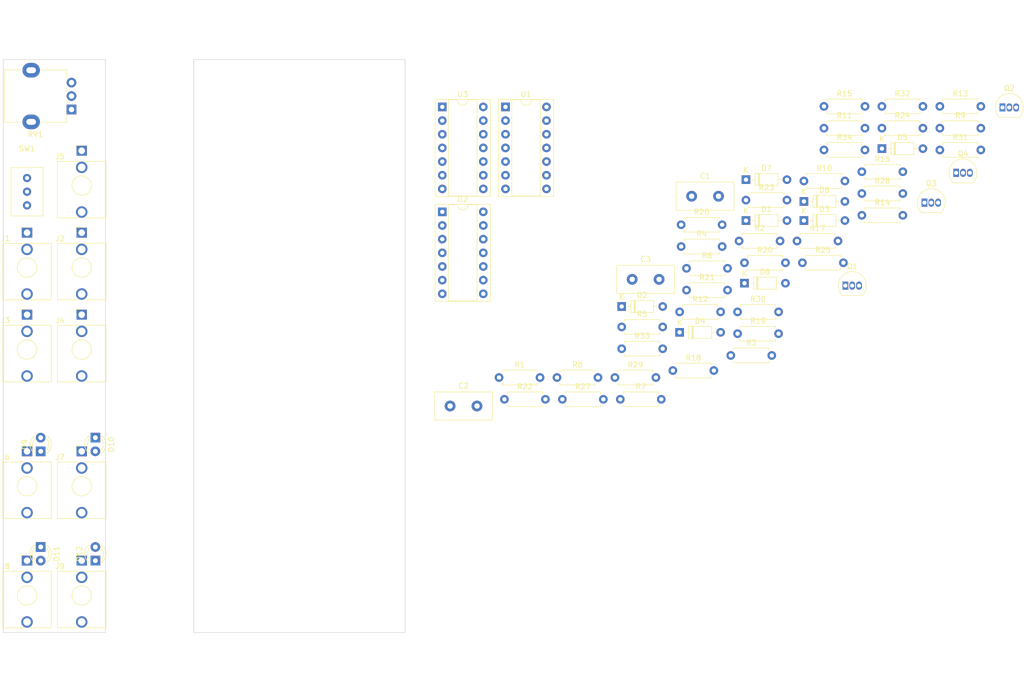
<source format=kicad_pcb>
(kicad_pcb (version 20211014) (generator pcbnew)
  (layers (0 "F.Cu" signal) (31 "B.Cu" signal) (34 "B.Paste" user) (35 "F.Paste" user) (36 "B.SilkS" user "B.Silkscreen") (37 "F.SilkS" user "F.Silkscreen") (38 "B.Mask" user) (39 "F.Mask" user) (44 "Edge.Cuts" user))
  (net 0 "")
  (net 1 "+12V")
  (net 2 "GND")
  (net 3 "-12V")
  (net 4 "Net-(D1-Pad1)")
  (net 5 "Net-(D1-Pad2)")
  (net 6 "Net-(D2-Pad1)")
  (net 7 "Net-(D2-Pad2)")
  (net 8 "Net-(D3-Pad1)")
  (net 9 "Net-(D3-Pad2)")
  (net 10 "Net-(D4-Pad1)")
  (net 11 "Net-(D4-Pad2)")
  (net 12 "Net-(D5-Pad1)")
  (net 13 "Net-(D5-Pad2)")
  (net 14 "Net-(D10-Pad2)")
  (net 15 "Net-(D10-Pad1)")
  (net 16 "Net-(D11-Pad1)")
  (net 17 "Net-(D11-Pad2)")
  (net 18 "Net-(J1-PadT)")
  (net 19 "Net-(J2-PadT)")
  (net 20 "Net-(J3-PadT)")
  (net 21 "Net-(J4-PadT)")
  (net 22 "Net-(J5-PadT)")
  (net 23 "Net-(J5-PadTN)")
  (net 24 "Net-(J6-PadT)")
  (net 26 "Net-(J7-PadT)")
  (net 28 "Net-(J8-PadT)")
  (net 30 "Net-(J9-PadT)")
  (net 32 "Net-(Q1-Pad2)")
  (net 33 "Net-(Q1-Pad3)")
  (net 34 "Net-(Q2-Pad2)")
  (net 35 "Net-(Q2-Pad3)")
  (net 36 "Net-(Q3-Pad2)")
  (net 37 "Net-(Q3-Pad3)")
  (net 38 "Net-(Q4-Pad2)")
  (net 39 "Net-(Q4-Pad3)")
  (net 40 "Net-(R13-Pad1)")
  (net 41 "Net-(R14-Pad1)")
  (net 42 "Net-(R10-Pad1)")
  (net 43 "Net-(R11-Pad1)")
  (net 44 "Net-(R12-Pad1)")
  (net 45 "Net-(R21-Pad2)")
  (net 46 "Net-(R22-Pad2)")
  (net 47 "Net-(R23-Pad2)")
  (net 48 "Net-(R24-Pad2)")
  (net 49 "Net-(R25-Pad1)")
  (net 50 "Net-(R26-Pad1)")
  (net 51 "Net-(RV1-Pad2)")
  (net 52 "Net-(SW1-Pad2)")
  (net 53 "Net-(U2-Pad3)")
  (net 54 "Net-(U2-Pad4)")
  (net 55 "Net-(U2-Pad10)")
  (footprint "Resistor_THT:R_Axial_DIN0207_L6.3mm_D2.5mm_P7.62mm_Horizontal" (layer "F.Cu") (at 188.2 61.3)
    (fp_text reference "R28" (at 3.81 -2.37) (layer "F.SilkS"))
    (fp_text value "2.2k")
    (pad "1" thru_hole circle (at 0 0) (size 1.6 1.6) (drill 0.8) (layers *.Cu *.Mask) (net 26 "Net-(J7-PadT)"))
    (pad "2" thru_hole oval (at 7.62 0) (size 1.6 1.6) (drill 0.8) (layers *.Cu *.Mask) (net 35 "Net-(Q2-Pad3)"))
  )
  (footprint "Resistor_THT:R_Axial_DIN0207_L6.3mm_D2.5mm_P7.62mm_Horizontal" (layer "F.Cu") (at 131.53 95.5)
    (fp_text reference "R8" (at 3.81 -2.37) (layer "F.SilkS"))
    (fp_text value "47k")
    (pad "1" thru_hole circle (at 0 0) (size 1.6 1.6) (drill 0.8) (layers *.Cu *.Mask) (net 40 "Net-(R13-Pad1)"))
    (pad "2" thru_hole oval (at 7.62 0) (size 1.6 1.6) (drill 0.8) (layers *.Cu *.Mask) (net 2 "GND"))
  )
  (footprint "Diode_THT:D_DO-35_SOD27_P7.62mm_Horizontal" (layer "F.Cu") (at 143.56 82.3)
    (fp_text reference "D2" (at 3.81 -2.12) (layer "F.SilkS"))
    (fp_text value "1N4148")
    (fp_text user "K" (at 0 -1.8) (layer "F.SilkS"))
    (pad "1" thru_hole rect (at 0 0) (size 1.6 1.6) (drill 0.8) (layers *.Cu *.Mask) (net 6 "Net-(D2-Pad1)"))
    (pad "2" thru_hole oval (at 7.62 0) (size 1.6 1.6) (drill 0.8) (layers *.Cu *.Mask) (net 7 "Net-(D2-Pad2)"))
  )
  (footprint "Resistor_THT:R_Axial_DIN0207_L6.3mm_D2.5mm_P7.62mm_Horizontal" (layer "F.Cu") (at 154.61 71.15)
    (fp_text reference "R4" (at 3.81 -2.37) (layer "F.SilkS"))
    (fp_text value "47k")
    (pad "1" thru_hole circle (at 0 0) (size 1.6 1.6) (drill 0.8) (layers *.Cu *.Mask) (net 41 "Net-(R14-Pad1)"))
    (pad "2" thru_hole oval (at 7.62 0) (size 1.6 1.6) (drill 0.8) (layers *.Cu *.Mask) (net 19 "Net-(J2-PadT)"))
  )
  (footprint "Package_DIP:DIP-14_W7.62mm_Socket" (layer "F.Cu") (at 110.21 45.2)
    (fp_text reference "U3" (at 3.81 -2.33) (layer "F.SilkS"))
    (fp_text value "4041")
    (pad "1" thru_hole rect (at 0 0) (size 1.6 1.6) (drill 0.8) (layers *.Cu *.Mask) (net 17 "Net-(D11-Pad2)"))
    (pad "2" thru_hole oval (at 0 2.54) (size 1.6 1.6) (drill 0.8) (layers *.Cu *.Mask) (net 50 "Net-(R26-Pad1)"))
    (pad "3" thru_hole oval (at 0 5.08) (size 1.6 1.6) (drill 0.8) (layers *.Cu *.Mask) (net 55 "Net-(U2-Pad10)"))
    (pad "4" thru_hole oval (at 0 7.62) (size 1.6 1.6) (drill 0.8) (layers *.Cu *.Mask) (net 47 "Net-(R23-Pad2)"))
    (pad "5" thru_hole oval (at 0 10.16) (size 1.6 1.6) (drill 0.8) (layers *.Cu *.Mask) (net 48 "Net-(R24-Pad2)"))
    (pad "6" thru_hole oval (at 0 12.7) (size 1.6 1.6) (drill 0.8) (layers *.Cu *.Mask) (net 55 "Net-(U2-Pad10)"))
    (pad "7" thru_hole oval (at 0 15.24) (size 1.6 1.6) (drill 0.8) (layers *.Cu *.Mask) (net 2 "GND"))
    (pad "8" thru_hole oval (at 7.62 15.24) (size 1.6 1.6) (drill 0.8) (layers *.Cu *.Mask) (net 15 "Net-(D10-Pad1)"))
    (pad "9" thru_hole oval (at 7.62 12.7) (size 1.6 1.6) (drill 0.8) (layers *.Cu *.Mask) (net 49 "Net-(R25-Pad1)"))
    (pad "10" thru_hole oval (at 7.62 10.16) (size 1.6 1.6) (drill 0.8) (layers *.Cu *.Mask) (net 12 "Net-(D5-Pad1)"))
    (pad "11" thru_hole oval (at 7.62 7.62) (size 1.6 1.6) (drill 0.8) (layers *.Cu *.Mask) (net 45 "Net-(R21-Pad2)"))
    (pad "12" thru_hole oval (at 7.62 5.08) (size 1.6 1.6) (drill 0.8) (layers *.Cu *.Mask) (net 46 "Net-(R22-Pad2)"))
    (pad "13" thru_hole oval (at 7.62 2.54) (size 1.6 1.6) (drill 0.8) (layers *.Cu *.Mask) (net 12 "Net-(D5-Pad1)"))
    (pad "14" thru_hole oval (at 7.62 0) (size 1.6 1.6) (drill 0.8) (layers *.Cu *.Mask) (net 1 "+12V"))
  )
  (footprint "Potentiometer_THT:Potentiometer_Alpha_RD901F-40-00D_Single_Vertical" (layer "F.Cu") (at 41.285 45.68 180)
    (fp_text reference "RV1" (at 6.71 -4.64) (layer "F.SilkS"))
    (fp_text value "100k")
    (pad "" thru_hole oval (at 7.5 7.3 270) (size 2.72 3.24) (drill oval 1.1 1.8) (layers *.Cu *.Mask))
    (pad "" thru_hole oval (at 7.5 -2.3 270) (size 2.72 3.24) (drill oval 1.1 1.8) (layers *.Cu *.Mask))
    (pad "1" thru_hole rect (at 0 0 270) (size 1.8 1.8) (drill 1) (layers *.Cu *.Mask) (net 44 "Net-(R12-Pad1)"))
    (pad "2" thru_hole circle (at 0 2.5 270) (size 1.8 1.8) (drill 1) (layers *.Cu *.Mask) (net 51 "Net-(RV1-Pad2)"))
    (pad "3" thru_hole circle (at 0 5 270) (size 1.8 1.8) (drill 1) (layers *.Cu *.Mask) (net 2 "GND"))
  )
  (footprint "Resistor_THT:R_Axial_DIN0207_L6.3mm_D2.5mm_P7.62mm_Horizontal" (layer "F.Cu") (at 177.15 74.17)
    (fp_text reference "R25" (at 3.81 -2.37) (layer "F.SilkS"))
    (fp_text value "2.2k")
    (pad "1" thru_hole circle (at 0 0) (size 1.6 1.6) (drill 0.8) (layers *.Cu *.Mask) (net 49 "Net-(R25-Pad1)"))
    (pad "2" thru_hole oval (at 7.62 0) (size 1.6 1.6) (drill 0.8) (layers *.Cu *.Mask) (net 14 "Net-(D10-Pad2)"))
  )
  (footprint "LED_THT:LED_D3.0mm_FlatTop" (layer "F.Cu") (at 45.72 106.68 -90)
    (fp_text reference "D10" (at 1.27 -2.96 90) (layer "F.SilkS"))
    (fp_text value "LED_NOR")
    (pad "1" thru_hole rect (at 0 0 270) (size 1.8 1.8) (drill 0.9) (layers *.Cu *.Mask) (net 15 "Net-(D10-Pad1)"))
    (pad "2" thru_hole circle (at 2.54 0 270) (size 1.8 1.8) (drill 0.9) (layers *.Cu *.Mask) (net 14 "Net-(D10-Pad2)"))
  )
  (footprint "Connector_Audio:Jack_3.5mm_QingPu_WQP-PJ398SM_Vertical_CircularHoles" (layer "F.Cu") (at 33.02 83.82)
    (fp_text reference "J3" (at -4.03 1.08 180) (layer "F.SilkS"))
    (fp_text value "In_3")
    (pad "S" thru_hole rect (at 0 0 180) (size 1.93 1.83) (drill 1.22) (layers *.Cu *.Mask) (net 2 "GND"))
    (pad "T" thru_hole circle (at 0 11.4 180) (size 2.13 2.13) (drill 1.43) (layers *.Cu *.Mask) (net 20 "Net-(J3-PadT)"))
    (pad "TN" thru_hole circle (at 0 3.1 180) (size 2.13 2.13) (drill 1.42) (layers *.Cu *.Mask) (net 2 "GND"))
  )
  (footprint "Package_TO_SOT_THT:TO-92_Inline" (layer "F.Cu") (at 199.84 63)
    (fp_text reference "Q3" (at 1.27 -3.56) (layer "F.SilkS"))
    (fp_text value "BC547")
    (pad "1" thru_hole rect (at 0 0) (size 1.05 1.5) (drill 0.75) (layers *.Cu *.Mask) (net 1 "+12V"))
    (pad "2" thru_hole oval (at 1.27 0) (size 1.05 1.5) (drill 0.75) (layers *.Cu *.Mask) (net 36 "Net-(Q3-Pad2)"))
    (pad "3" thru_hole oval (at 2.54 0) (size 1.05 1.5) (drill 0.75) (layers *.Cu *.Mask) (net 37 "Net-(Q3-Pad3)"))
  )
  (footprint "Diode_THT:D_DO-35_SOD27_P7.62mm_Horizontal" (layer "F.Cu") (at 191.93 52.95)
    (fp_text reference "D5" (at 3.81 -2.12) (layer "F.SilkS"))
    (fp_text value "1N4148")
    (fp_text user "K" (at 0 -1.8) (layer "F.SilkS"))
    (pad "1" thru_hole rect (at 0 0) (size 1.6 1.6) (drill 0.8) (layers *.Cu *.Mask) (net 12 "Net-(D5-Pad1)"))
    (pad "2" thru_hole oval (at 7.62 0) (size 1.6 1.6) (drill 0.8) (layers *.Cu *.Mask) (net 13 "Net-(D5-Pad2)"))
  )
  (footprint "Capacitor_THT:C_Disc_D10.5mm_W5.0mm_P5.00mm" (layer "F.Cu") (at 156.56 61.8)
    (fp_text reference "C1" (at 2.5 -3.75) (layer "F.SilkS"))
    (fp_text value "100n")
    (pad "1" thru_hole circle (at 0 0) (size 2 2) (drill 1) (layers *.Cu *.Mask) (net 1 "+12V"))
    (pad "2" thru_hole circle (at 5 0) (size 2 2) (drill 1) (layers *.Cu *.Mask) (net 2 "GND"))
  )
  (footprint "Resistor_THT:R_Axial_DIN0207_L6.3mm_D2.5mm_P7.62mm_Horizontal" (layer "F.Cu") (at 202.7 49.15)
    (fp_text reference "R9" (at 3.81 -2.37) (layer "F.SilkS"))
    (fp_text value "47k")
    (pad "1" thru_hole circle (at 0 0) (size 1.6 1.6) (drill 0.8) (layers *.Cu *.Mask) (net 41 "Net-(R14-Pad1)"))
    (pad "2" thru_hole oval (at 7.62 0) (size 1.6 1.6) (drill 0.8) (layers *.Cu *.Mask) (net 2 "GND"))
  )
  (footprint "Resistor_THT:R_Axial_DIN0207_L6.3mm_D2.5mm_P7.62mm_Horizontal" (layer "F.Cu") (at 202.7 45.1)
    (fp_text reference "R13" (at 3.81 -2.37) (layer "F.SilkS"))
    (fp_text value "1M")
    (pad "1" thru_hole circle (at 0 0) (size 1.6 1.6) (drill 0.8) (layers *.Cu *.Mask) (net 40 "Net-(R13-Pad1)"))
    (pad "2" thru_hole oval (at 7.62 0) (size 1.6 1.6) (drill 0.8) (layers *.Cu *.Mask) (net 5 "Net-(D1-Pad2)"))
  )
  (footprint "Connector_Audio:Jack_3.5mm_QingPu_WQP-PJ398SM_Vertical_CircularHoles" (layer "F.Cu") (at 43.18 129.54)
    (fp_text reference "J9" (at -4.03 1.08 180) (layer "F.SilkS"))
    (fp_text value "Out_XNOR")
    (pad "S" thru_hole rect (at 0 0 180) (size 1.93 1.83) (drill 1.22) (layers *.Cu *.Mask) (net 2 "GND"))
    (pad "T" thru_hole circle (at 0 11.4 180) (size 2.13 2.13) (drill 1.43) (layers *.Cu *.Mask) (net 30 "Net-(J9-PadT)"))
    (pad "TN" thru_hole circle (at 0 3.1 180) (size 2.13 2.13) (drill 1.42) (layers *.Cu *.Mask))
  )
  (footprint "Diode_THT:D_DO-35_SOD27_P7.62mm_Horizontal" (layer "F.Cu") (at 177.43 62.77)
    (fp_text reference "D8" (at 3.81 -2.12) (layer "F.SilkS"))
    (fp_text value "1N4148")
    (fp_text user "K" (at 0 -1.8) (layer "F.SilkS"))
    (pad "1" thru_hole rect (at 0 0) (size 1.6 1.6) (drill 0.8) (layers *.Cu *.Mask) (net 12 "Net-(D5-Pad1)"))
    (pad "2" thru_hole oval (at 7.62 0) (size 1.6 1.6) (drill 0.8) (layers *.Cu *.Mask) (net 4 "Net-(D1-Pad1)"))
  )
  (footprint "Connector_Audio:Jack_3.5mm_QingPu_WQP-PJ398SM_Vertical_CircularHoles" (layer "F.Cu") (at 33.02 109.22)
    (fp_text reference "J6" (at -4.03 1.08 180) (layer "F.SilkS"))
    (fp_text value "Out_OR")
    (pad "S" thru_hole rect (at 0 0 180) (size 1.93 1.83) (drill 1.22) (layers *.Cu *.Mask) (net 2 "GND"))
    (pad "T" thru_hole circle (at 0 11.4 180) (size 2.13 2.13) (drill 1.43) (layers *.Cu *.Mask) (net 24 "Net-(J6-PadT)"))
    (pad "TN" thru_hole circle (at 0 3.1 180) (size 2.13 2.13) (drill 1.42) (layers *.Cu *.Mask))
  )
  (footprint "Resistor_THT:R_Axial_DIN0207_L6.3mm_D2.5mm_P7.62mm_Horizontal" (layer "F.Cu") (at 202.7 53.2)
    (fp_text reference "R31" (at 3.81 -2.37) (layer "F.SilkS"))
    (fp_text value "2.2k")
    (pad "1" thru_hole circle (at 0 0) (size 1.6 1.6) (drill 0.8) (layers *.Cu *.Mask) (net 28 "Net-(J8-PadT)"))
    (pad "2" thru_hole oval (at 7.62 0) (size 1.6 1.6) (drill 0.8) (layers *.Cu *.Mask) (net 37 "Net-(Q3-Pad3)"))
  )
  (footprint "Package_DIP:DIP-14_W7.62mm_Socket" (layer "F.Cu") (at 121.96 45.2)
    (fp_text reference "U1" (at 3.81 -2.33) (layer "F.SilkS"))
    (fp_text value "TL074")
    (pad "1" thru_hole rect (at 0 0) (size 1.6 1.6) (drill 0.8) (layers *.Cu *.Mask) (net 5 "Net-(D1-Pad2)"))
    (pad "2" thru_hole oval (at 0 2.54) (size 1.6 1.6) (drill 0.8) (layers *.Cu *.Mask) (net 51 "Net-(RV1-Pad2)"))
    (pad "3" thru_hole oval (at 0 5.08) (size 1.6 1.6) (drill 0.8) (layers *.Cu *.Mask) (net 40 "Net-(R13-Pad1)"))
    (pad "4" thru_hole oval (at 0 7.62) (size 1.6 1.6) (drill 0.8) (layers *.Cu *.Mask) (net 1 "+12V"))
    (pad "5" thru_hole oval (at 0 10.16) (size 1.6 1.6) (drill 0.8) (layers *.Cu *.Mask) (net 41 "Net-(R14-Pad1)"))
    (pad "6" thru_hole oval (at 0 12.7) (size 1.6 1.6) (drill 0.8) (layers *.Cu *.Mask) (net 51 "Net-(RV1-Pad2)"))
    (pad "7" thru_hole oval (at 0 15.24) (size 1.6 1.6) (drill 0.8) (layers *.Cu *.Mask) (net 7 "Net-(D2-Pad2)"))
    (pad "8" thru_hole oval (at 7.62 15.24) (size 1.6 1.6) (drill 0.8) (layers *.Cu *.Mask) (net 9 "Net-(D3-Pad2)"))
    (pad "9" thru_hole oval (at 7.62 12.7) (size 1.6 1.6) (drill 0.8) (layers *.Cu *.Mask) (net 51 "Net-(RV1-Pad2)"))
    (pad "10" thru_hole oval (at 7.62 10.16) (size 1.6 1.6) (drill 0.8) (layers *.Cu *.Mask) (net 42 "Net-(R10-Pad1)"))
    (pad "11" thru_hole oval (at 7.62 7.62) (size 1.6 1.6) (drill 0.8) (layers *.Cu *.Mask) (net 3 "-12V"))
    (pad "12" thru_hole oval (at 7.62 5.08) (size 1.6 1.6) (drill 0.8) (layers *.Cu *.Mask) (net 43 "Net-(R11-Pad1)"))
    (pad "13" thru_hole oval (at 7.62 2.54) (size 1.6 1.6) (drill 0.8) (layers *.Cu *.Mask) (net 51 "Net-(RV1-Pad2)"))
    (pad "14" thru_hole oval (at 7.62 0) (size 1.6 1.6) (drill 0.8) (layers *.Cu *.Mask) (net 11 "Net-(D4-Pad2)"))
  )
  (footprint "Connector_Audio:Jack_3.5mm_QingPu_WQP-PJ398SM_Vertical_CircularHoles" (layer "F.Cu") (at 43.18 109.22)
    (fp_text reference "J7" (at -4.03 1.08 180) (layer "F.SilkS"))
    (fp_text value "Out_NOR")
    (pad "S" thru_hole rect (at 0 0 180) (size 1.93 1.83) (drill 1.22) (layers *.Cu *.Mask) (net 2 "GND"))
    (pad "T" thru_hole circle (at 0 11.4 180) (size 2.13 2.13) (drill 1.43) (layers *.Cu *.Mask) (net 26 "Net-(J7-PadT)"))
    (pad "TN" thru_hole circle (at 0 3.1 180) (size 2.13 2.13) (drill 1.42) (layers *.Cu *.Mask))
  )
  (footprint "Resistor_THT:R_Axial_DIN0207_L6.3mm_D2.5mm_P7.62mm_Horizontal" (layer "F.Cu") (at 188.2 57.25)
    (fp_text reference "R16" (at 3.81 -2.37) (layer "F.SilkS"))
    (fp_text value "1M")
    (pad "1" thru_hole circle (at 0 0) (size 1.6 1.6) (drill 0.8) (layers *.Cu *.Mask) (net 43 "Net-(R11-Pad1)"))
    (pad "2" thru_hole oval (at 7.62 0) (size 1.6 1.6) (drill 0.8) (layers *.Cu *.Mask) (net 11 "Net-(D4-Pad2)"))
  )
  (footprint "Resistor_THT:R_Axial_DIN0207_L6.3mm_D2.5mm_P7.62mm_Horizontal" (layer "F.Cu") (at 177.43 58.97)
    (fp_text reference "R10" (at 3.81 -2.37) (layer "F.SilkS"))
    (fp_text value "47k")
    (pad "1" thru_hole circle (at 0 0) (size 1.6 1.6) (drill 0.8) (layers *.Cu *.Mask) (net 42 "Net-(R10-Pad1)"))
    (pad "2" thru_hole oval (at 7.62 0) (size 1.6 1.6) (drill 0.8) (layers *.Cu *.Mask) (net 2 "GND"))
  )
  (footprint "Diode_THT:D_DO-35_SOD27_P7.62mm_Horizontal" (layer "F.Cu") (at 166.66 66.32)
    (fp_text reference "D1" (at 3.81 -2.12) (layer "F.SilkS"))
    (fp_text value "1N4148")
    (fp_text user "K" (at 0 -1.8) (layer "F.SilkS"))
    (pad "1" thru_hole rect (at 0 0) (size 1.6 1.6) (drill 0.8) (layers *.Cu *.Mask) (net 4 "Net-(D1-Pad1)"))
    (pad "2" thru_hole oval (at 7.62 0) (size 1.6 1.6) (drill 0.8) (layers *.Cu *.Mask) (net 5 "Net-(D1-Pad2)"))
  )
  (footprint "Connector_Audio:Jack_3.5mm_QingPu_WQP-PJ398SM_Vertical_CircularHoles" (layer "F.Cu") (at 43.18 83.82)
    (fp_text reference "J4" (at -4.03 1.08 180) (layer "F.SilkS"))
    (fp_text value "In_4")
    (pad "S" thru_hole rect (at 0 0 180) (size 1.93 1.83) (drill 1.22) (layers *.Cu *.Mask) (net 2 "GND"))
    (pad "T" thru_hole circle (at 0 11.4 180) (size 2.13 2.13) (drill 1.43) (layers *.Cu *.Mask) (net 21 "Net-(J4-PadT)"))
    (pad "TN" thru_hole circle (at 0 3.1 180) (size 2.13 2.13) (drill 1.42) (layers *.Cu *.Mask) (net 2 "GND"))
  )
  (footprint "Resistor_THT:R_Axial_DIN0207_L6.3mm_D2.5mm_P7.62mm_Horizontal" (layer "F.Cu") (at 191.93 49.15)
    (fp_text reference "R24" (at 3.81 -2.37) (layer "F.SilkS"))
    (fp_text value "10k")
    (pad "1" thru_hole circle (at 0 0) (size 1.6 1.6) (drill 0.8) (layers *.Cu *.Mask) (net 38 "Net-(Q4-Pad2)"))
    (pad "2" thru_hole oval (at 7.62 0) (size 1.6 1.6) (drill 0.8) (layers *.Cu *.Mask) (net 48 "Net-(R24-Pad2)"))
  )
  (footprint "Capacitor_THT:C_Disc_D10.5mm_W5.0mm_P5.00mm" (layer "F.Cu") (at 111.66 100.8)
    (fp_text reference "C2" (at 2.5 -3.75) (layer "F.SilkS"))
    (fp_text value "100n")
    (pad "1" thru_hole circle (at 0 0) (size 2 2) (drill 1) (layers *.Cu *.Mask) (net 2 "GND"))
    (pad "2" thru_hole circle (at 5 0) (size 2 2) (drill 1) (layers *.Cu *.Mask) (net 3 "-12V"))
  )
  (footprint "Diode_THT:D_DO-35_SOD27_P7.62mm_Horizontal" (layer "F.Cu") (at 154.33 87.1)
    (fp_text reference "D4" (at 3.81 -2.12) (layer "F.SilkS"))
    (fp_text value "1N4148")
    (fp_text user "K" (at 0 -1.8) (layer "F.SilkS"))
    (pad "1" thru_hole rect (at 0 0) (size 1.6 1.6) (drill 0.8) (layers *.Cu *.Mask) (net 10 "Net-(D4-Pad1)"))
    (pad "2" thru_hole oval (at 7.62 0) (size 1.6 1.6) (drill 0.8) (layers *.Cu *.Mask) (net 11 "Net-(D4-Pad2)"))
  )
  (footprint "Resistor_THT:R_Axial_DIN0207_L6.3mm_D2.5mm_P7.62mm_Horizontal" (layer "F.Cu") (at 181.16 53.2)
    (fp_text reference "R34" (at 3.81 -2.37) (layer "F.SilkS"))
    (fp_text value "2.2k")
    (pad "1" thru_hole circle (at 0 0) (size 1.6 1.6) (drill 0.8) (layers *.Cu *.Mask) (net 30 "Net-(J9-PadT)"))
    (pad "2" thru_hole oval (at 7.62 0) (size 1.6 1.6) (drill 0.8) (layers *.Cu *.Mask) (net 2 "GND"))
  )
  (footprint "LED_THT:LED_D3.0mm_FlatTop" (layer "F.Cu") (at 45.72 129.54 90)
    (fp_text reference "D12" (at 1.27 -2.96 90) (layer "F.SilkS"))
    (fp_text value "LED_XNOR")
    (pad "1" thru_hole rect (at 0 0 90) (size 1.8 1.8) (drill 0.9) (layers *.Cu *.Mask) (net 17 "Net-(D11-Pad2)"))
    (pad "2" thru_hole circle (at 2.54 0 90) (size 1.8 1.8) (drill 0.9) (layers *.Cu *.Mask) (net 16 "Net-(D11-Pad1)"))
  )
  (footprint "Package_DIP:DIP-14_W7.62mm_Socket" (layer "F.Cu") (at 110.21 64.7)
    (fp_text reference "U2" (at 3.81 -2.33) (layer "F.SilkS"))
    (fp_text value "4070")
    (pad "1" thru_hole rect (at 0 0) (size 1.6 1.6) (drill 0.8) (layers *.Cu *.Mask) (net 4 "Net-(D1-Pad1)"))
    (pad "2" thru_hole oval (at 0 2.54) (size 1.6 1.6) (drill 0.8) (layers *.Cu *.Mask) (net 6 "Net-(D2-Pad1)"))
    (pad "3" thru_hole oval (at 0 5.08) (size 1.6 1.6) (drill 0.8) (layers *.Cu *.Mask) (net 53 "Net-(U2-Pad3)"))
    (pad "4" thru_hole oval (at 0 7.62) (size 1.6 1.6) (drill 0.8) (layers *.Cu *.Mask) (net 54 "Net-(U2-Pad4)"))
    (pad "5" thru_hole oval (at 0 10.16) (size 1.6 1.6) (drill 0.8) (layers *.Cu *.Mask) (net 53 "Net-(U2-Pad3)"))
    (pad "6" thru_hole oval (at 0 12.7) (size 1.6 1.6) (drill 0.8) (layers *.Cu *.Mask) (net 8 "Net-(D3-Pad1)"))
    (pad "7" thru_hole oval (at 0 15.24) (size 1.6 1.6) (drill 0.8) (layers *.Cu *.Mask) (net 2 "GND"))
    (pad "8" thru_hole oval (at 7.62 15.24) (size 1.6 1.6) (drill 0.8) (layers *.Cu *.Mask) (net 54 "Net-(U2-Pad4)"))
    (pad "9" thru_hole oval (at 7.62 12.7) (size 1.6 1.6) (drill 0.8) (layers *.Cu *.Mask) (net 13 "Net-(D5-Pad2)"))
    (pad "10" thru_hole oval (at 7.62 10.16) (size 1.6 1.6) (drill 0.8) (layers *.Cu *.Mask) (net 55 "Net-(U2-Pad10)"))
    (pad "11" thru_hole oval (at 7.62 7.62) (size 1.6 1.6) (drill 0.8) (layers *.Cu *.Mask) (net 13 "Net-(D5-Pad2)"))
    (pad "12" thru_hole oval (at 7.62 5.08) (size 1.6 1.6) (drill 0.8) (layers *.Cu *.Mask) (net 10 "Net-(D4-Pad1)"))
    (pad "13" thru_hole oval (at 7.62 2.54) (size 1.6 1.6) (drill 0.8) (layers *.Cu *.Mask) (net 52 "Net-(SW1-Pad2)"))
    (pad "14" thru_hole oval (at 7.62 0) (size 1.6 1.6) (drill 0.8) (layers *.Cu *.Mask) (net 1 "+12V"))
  )
  (footprint "Resistor_THT:R_Axial_DIN0207_L6.3mm_D2.5mm_P7.62mm_Horizontal" (layer "F.Cu") (at 155.61 75.2)
    (fp_text reference "R6" (at 3.81 -2.37) (layer "F.SilkS"))
    (fp_text value "47k")
    (pad "1" thru_hole circle (at 0 0) (size 1.6 1.6) (drill 0.8) (layers *.Cu *.Mask) (net 43 "Net-(R11-Pad1)"))
    (pad "2" thru_hole oval (at 7.62 0) (size 1.6 1.6) (drill 0.8) (layers *.Cu *.Mask) (net 21 "Net-(J4-PadT)"))
  )
  (footprint "Diode_THT:D_DO-35_SOD27_P7.62mm_Horizontal" (layer "F.Cu") (at 166.66 58.72)
    (fp_text reference "D7" (at 3.81 -2.12) (layer "F.SilkS"))
    (fp_text value "1N4148")
    (fp_text user "K" (at 0 -1.8) (layer "F.SilkS"))
    (pad "1" thru_hole rect (at 0 0) (size 1.6 1.6) (drill 0.8) (layers *.Cu *.Mask) (net 12 "Net-(D5-Pad1)"))
    (pad "2" thru_hole oval (at 7.62 0) (size 1.6 1.6) (drill 0.8) (layers *.Cu *.Mask) (net 6 "Net-(D2-Pad1)"))
  )
  (footprint "Connector_Audio:Jack_3.5mm_QingPu_WQP-PJ398SM_Vertical_CircularHoles" (layer "F.Cu") (at 33.02 68.58)
    (fp_text reference "J1" (at -4.03 1.08 180) (layer "F.SilkS"))
    (fp_text value "In_1")
    (pad "S" thru_hole rect (at 0 0 180) (size 1.93 1.83) (drill 1.22) (layers *.Cu *.Mask) (net 2 "GND"))
    (pad "T" thru_hole circle (at 0 11.4 180) (size 2.13 2.13) (drill 1.43) (layers *.Cu *.Mask) (net 18 "Net-(J1-PadT)"))
    (pad "TN" thru_hole circle (at 0 3.1 180) (size 2.13 2.13) (drill 1.42) (layers *.Cu *.Mask) (net 2 "GND"))
  )
  (footprint "Resistor_THT:R_Axial_DIN0207_L6.3mm_D2.5mm_P7.62mm_Horizontal" (layer "F.Cu") (at 142.3 95.5)
    (fp_text reference "R29" (at 3.81 -2.37) (layer "F.SilkS"))
    (fp_text value "2.2k")
    (pad "1" thru_hole circle (at 0 0) (size 1.6 1.6) (drill 0.8) (layers *.Cu *.Mask) (net 24 "Net-(J6-PadT)"))
    (pad "2" thru_hole oval (at 7.62 0) (size 1.6 1.6) (drill 0.8) (layers *.Cu *.Mask) (net 2 "GND"))
  )
  (footprint "Resistor_THT:R_Axial_DIN0207_L6.3mm_D2.5mm_P7.62mm_Horizontal" (layer "F.Cu") (at 166.66 62.52)
    (fp_text reference "R23" (at 3.81 -2.37) (layer "F.SilkS"))
    (fp_text value "10k")
    (pad "1" thru_hole circle (at 0 0) (size 1.6 1.6) (drill 0.8) (layers *.Cu *.Mask) (net 36 "Net-(Q3-Pad2)"))
    (pad "2" thru_hole oval (at 7.62 0) (size 1.6 1.6) (drill 0.8) (layers *.Cu *.Mask) (net 47 "Net-(R23-Pad2)"))
  )
  (footprint "Resistor_THT:R_Axial_DIN0207_L6.3mm_D2.5mm_P7.62mm_Horizontal" (layer "F.Cu") (at 154.61 67.1)
    (fp_text reference "R26" (at 3.81 -2.37) (layer "F.SilkS"))
    (fp_text value "2.2k")
    (pad "1" thru_hole circle (at 0 0) (size 1.6 1.6) (drill 0.8) (layers *.Cu *.Mask) (net 50 "Net-(R26-Pad1)"))
    (pad "2" thru_hole oval (at 7.62 0) (size 1.6 1.6) (drill 0.8) (layers *.Cu *.Mask) (net 16 "Net-(D11-Pad1)"))
  )
  (footprint "Package_TO_SOT_THT:TO-92_Inline" (layer "F.Cu") (at 205.74 57.45)
    (fp_text reference "Q4" (at 1.27 -3.56) (layer "F.SilkS"))
    (fp_text value "BC547")
    (pad "1" thru_hole rect (at 0 0) (size 1.05 1.5) (drill 0.75) (layers *.Cu *.Mask) (net 1 "+12V"))
    (pad "2" thru_hole oval (at 1.27 0) (size 1.05 1.5) (drill 0.75) (layers *.Cu *.Mask) (net 38 "Net-(Q4-Pad2)"))
    (pad "3" thru_hole oval (at 2.54 0) (size 1.05 1.5) (drill 0.75) (layers *.Cu *.Mask) (net 39 "Net-(Q4-Pad3)"))
  )
  (footprint "Resistor_THT:R_Axial_DIN0207_L6.3mm_D2.5mm_P7.62mm_Horizontal" (layer "F.Cu") (at 120.76 95.5)
    (fp_text reference "R1" (at 3.81 -2.37) (layer "F.SilkS"))
    (fp_text value "100k")
    (pad "1" thru_hole circle (at 0 0) (size 1.6 1.6) (drill 0.8) (layers *.Cu *.Mask) (net 23 "Net-(J5-PadTN)"))
    (pad "2" thru_hole oval (at 7.62 0) (size 1.6 1.6) (drill 0.8) (layers *.Cu *.Mask) (net 1 "+12V"))
  )
  (footprint "Resistor_THT:R_Axial_DIN0207_L6.3mm_D2.5mm_P7.62mm_Horizontal" (layer "F.Cu") (at 155.61 79.25)
    (fp_text reference "R21" (at 3.81 -2.37) (layer "F.SilkS"))
    (fp_text value "10k")
    (pad "1" thru_hole circle (at 0 0) (size 1.6 1.6) (drill 0.8) (layers *.Cu *.Mask) (net 32 "Net-(Q1-Pad2)"))
    (pad "2" thru_hole oval (at 7.62 0) (size 1.6 1.6) (drill 0.8) (layers *.Cu *.Mask) (net 45 "Net-(R21-Pad2)"))
  )
  (footprint "LED_THT:LED_D3.0mm_FlatTop" (layer "F.Cu") (at 35.56 109.22 90)
    (fp_text reference "D9" (at 1.27 -2.96 90) (layer "F.SilkS"))
    (fp_text value "LED_OR")
    (pad "1" thru_hole rect (at 0 0 90) (size 1.8 1.8) (drill 0.9) (layers *.Cu *.Mask) (net 14 "Net-(D10-Pad2)"))
    (pad "2" thru_hole circle (at 2.54 0 90) (size 1.8 1.8) (drill 0.9) (layers *.Cu *.Mask) (net 15 "Net-(D10-Pad1)"))
  )
  (footprint "Resistor_THT:R_Axial_DIN0207_L6.3mm_D2.5mm_P7.62mm_Horizontal" (layer "F.Cu") (at 188.2 65.35)
    (fp_text reference "R14" (at 3.81 -2.37) (layer "F.SilkS"))
    (fp_text value "1M")
    (pad "1" thru_hole circle (at 0 0) (size 1.6 1.6) (drill 0.8) (layers *.Cu *.Mask) (net 41 "Net-(R14-Pad1)"))
    (pad "2" thru_hole oval (at 7.62 0) (size 1.6 1.6) (drill 0.8) (layers *.Cu *.Mask) (net 7 "Net-(D2-Pad2)"))
  )
  (footprint "Diode_THT:D_DO-35_SOD27_P7.62mm_Horizontal" (layer "F.Cu") (at 166.38 77.97)
    (fp_text reference "D6" (at 3.81 -2.12) (layer "F.SilkS"))
    (fp_text value "1N4148")
    (fp_text user "K" (at 0 -1.8) (layer "F.SilkS"))
    (pad "1" thru_hole rect (at 0 0) (size 1.6 1.6) (drill 0.8) (layers *.Cu *.Mask) (net 12 "Net-(D5-Pad1)"))
    (pad "2" thru_hole oval (at 7.62 0) (size 1.6 1.6) (drill 0.8) (layers *.Cu *.Mask) (net 8 "Net-(D3-Pad1)"))
  )
  (footprint "Resistor_THT:R_Axial_DIN0207_L6.3mm_D2.5mm_P7.62mm_Horizontal" (layer "F.Cu") (at 132.53 99.55)
    (fp_text reference "R27" (at 3.81 -2.37) (layer "F.SilkS"))
    (fp_text value "2.2k")
    (pad "1" thru_hole circle (at 0 0) (size 1.6 1.6) (drill 0.8) (layers *.Cu *.Mask) (net 24 "Net-(J6-PadT)"))
    (pad "2" thru_hole oval (at 7.62 0) (size 1.6 1.6) (drill 0.8) (layers *.Cu *.Mask) (net 33 "Net-(Q1-Pad3)"))
  )
  (footprint "Resistor_THT:R_Axial_DIN0207_L6.3mm_D2.5mm_P7.62mm_Horizontal" (layer "F.Cu") (at 154.33 83.3)
    (fp_text reference "R12" (at 3.81 -2.37) (layer "F.SilkS"))
    (fp_text value "100k")
    (pad "1" thru_hole circle (at 0 0) (size 1.6 1.6) (drill 0.8) (layers *.Cu *.Mask) (net 44 "Net-(R12-Pad1)"))
    (pad "2" thru_hole oval (at 7.62 0) (size 1.6 1.6) (drill 0.8) (layers *.Cu *.Mask) (net 2 "GND"))
  )
  (footprint "Resistor_THT:R_Axial_DIN0207_L6.3mm_D2.5mm_P7.62mm_Horizontal" (layer "F.Cu") (at 143.56 86.1)
    (fp_text reference "R5" (at 3.81 -2.37) (layer "F.SilkS"))
    (fp_text value "47k")
    (pad "1" thru_hole circle (at 0 0) (size 1.6 1.6) (drill 0.8) (layers *.Cu *.Mask) (net 42 "Net-(R10-Pad1)"))
    (pad "2" thru_hole oval (at 7.62 0) (size 1.6 1.6) (drill 0.8) (layers *.Cu *.Mask) (net 20 "Net-(J3-PadT)"))
  )
  (footprint "Connector_Audio:Jack_3.5mm_QingPu_WQP-PJ398SM_Vertical_CircularHoles" (layer "F.Cu") (at 33.02 129.54)
    (fp_text reference "J8" (at -4.03 1.08 180) (layer "F.SilkS"))
    (fp_text value "Out_XOR")
    (pad "S" thru_hole rect (at 0 0 180) (size 1.93 1.83) (drill 1.22) (layers *.Cu *.Mask) (net 2 "GND"))
    (pad "T" thru_hole circle (at 0 11.4 180) (size 2.13 2.13) (drill 1.43) (layers *.Cu *.Mask) (net 28 "Net-(J8-PadT)"))
    (pad "TN" thru_hole circle (at 0 3.1 180) (size 2.13 2.13) (drill 1.42) (layers *.Cu *.Mask))
  )
  (footprint "Resistor_THT:R_Axial_DIN0207_L6.3mm_D2.5mm_P7.62mm_Horizontal" (layer "F.Cu") (at 191.93 45.1)
    (fp_text reference "R32" (at 3.81 -2.37) (layer "F.SilkS"))
    (fp_text value "2.2k")
    (pad "1" thru_hole circle (at 0 0) (size 1.6 1.6) (drill 0.8) (layers *.Cu *.Mask) (net 30 "Net-(J9-PadT)"))
    (pad "2" thru_hole oval (at 7.62 0) (size 1.6 1.6) (drill 0.8) (layers *.Cu *.Mask) (net 39 "Net-(Q4-Pad3)"))
  )
  (footprint "LED_THT:LED_D3.0mm_FlatTop" (layer "F.Cu") (at 35.56 127 -90)
    (fp_text reference "D11" (at 1.27 -2.96 90) (layer "F.SilkS"))
    (fp_text value "LED_XOR")
    (pad "1" thru_hole rect (at 0 0 270) (size 1.8 1.8) (drill 0.9) (layers *.Cu *.Mask) (net 16 "Net-(D11-Pad1)"))
    (pad "2" thru_hole circle (at 2.54 0 270) (size 1.8 1.8) (drill 0.9) (layers *.Cu *.Mask) (net 17 "Net-(D11-Pad2)"))
  )
  (footprint "Resistor_THT:R_Axial_DIN0207_L6.3mm_D2.5mm_P7.62mm_Horizontal" (layer "F.Cu") (at 163.84 91.4)
    (fp_text reference "R3" (at 3.81 -2.37) (layer "F.SilkS"))
    (fp_text value "47k")
    (pad "1" thru_hole circle (at 0 0) (size 1.6 1.6) (drill 0.8) (layers *.Cu *.Mask) (net 40 "Net-(R13-Pad1)"))
    (pad "2" thru_hole oval (at 7.62 0) (size 1.6 1.6) (drill 0.8) (layers *.Cu *.Mask) (net 18 "Net-(J1-PadT)"))
  )
  (footprint "Resistor_THT:R_Axial_DIN0207_L6.3mm_D2.5mm_P7.62mm_Horizontal" (layer "F.Cu") (at 153.07 94.2)
    (fp_text reference "R18" (at 3.81 -2.37) (layer "F.SilkS"))
    (fp_text value "100k")
    (pad "1" thru_hole circle (at 0 0) (size 1.6 1.6) (drill 0.8) (layers *.Cu *.Mask) (net 2 "GND"))
    (pad "2" thru_hole oval (at 7.62 0) (size 1.6 1.6) (drill 0.8) (layers *.Cu *.Mask) (net 6 "Net-(D2-Pad1)"))
  )
  (footprint "Resistor_THT:R_Axial_DIN0207_L6.3mm_D2.5mm_P7.62mm_Horizontal" (layer "F.Cu") (at 181.16 45.1)
    (fp_text reference "R15" (at 3.81 -2.37) (layer "F.SilkS"))
    (fp_text value "1M")
    (pad "1" thru_hole circle (at 0 0) (size 1.6 1.6) (drill 0.8) (layers *.Cu *.Mask) (net 42 "Net-(R10-Pad1)"))
    (pad "2" thru_hole oval (at 7.62 0) (size 1.6 1.6) (drill 0.8) (layers *.Cu *.Mask) (net 9 "Net-(D3-Pad2)"))
  )
  (footprint "Resistor_THT:R_Axial_DIN0207_L6.3mm_D2.5mm_P7.62mm_Horizontal" (layer "F.Cu") (at 165.1 87.35)
    (fp_text reference "R19" (at 3.81 -2.37) (layer "F.SilkS"))
    (fp_text value "100k")
    (pad "1" thru_hole circle (at 0 0) (size 1.6 1.6) (drill 0.8) (layers *.Cu *.Mask) (net 2 "GND"))
    (pad "2" thru_hole oval (at 7.62 0) (size 1.6 1.6) (drill 0.8) (layers *.Cu *.Mask) (net 8 "Net-(D3-Pad1)"))
  )
  (footprint "Package_TO_SOT_THT:TO-92_Inline" (layer "F.Cu") (at 214.34 45.3)
    (fp_text reference "Q2" (at 1.27 -3.56) (layer "F.SilkS"))
    (fp_text value "BC547")
    (pad "1" thru_hole rect (at 0 0) (size 1.05 1.5) (drill 0.75) (layers *.Cu *.Mask) (net 1 "+12V"))
    (pad "2" thru_hole oval (at 1.27 0) (size 1.05 1.5) (drill 0.75) (layers *.Cu *.Mask) (net 34 "Net-(Q2-Pad2)"))
    (pad "3" thru_hole oval (at 2.54 0) (size 1.05 1.5) (drill 0.75) (layers *.Cu *.Mask) (net 35 "Net-(Q2-Pad3)"))
  )
  (footprint "Resistor_THT:R_Axial_DIN0207_L6.3mm_D2.5mm_P7.62mm_Horizontal" (layer "F.Cu") (at 176.15 70.12)
    (fp_text reference "R17" (at 3.81 -2.37) (layer "F.SilkS"))
    (fp_text value "100k")
    (pad "1" thru_hole circle (at 0 0) (size 1.6 1.6) (drill 0.8) (layers *.Cu *.Mask) (net 2 "GND"))
    (pad "2" thru_hole oval (at 7.62 0) (size 1.6 1.6) (drill 0.8) (layers *.Cu *.Mask) (net 4 "Net-(D1-Pad1)"))
  )
  (footprint "Capacitor_THT:C_Disc_D10.5mm_W5.0mm_P5.00mm" (layer "F.Cu") (at 145.51 77.25)
    (fp_text reference "C3" (at 2.5 -3.75) (layer "F.SilkS"))
    (fp_text value "100n")
    (pad "1" thru_hole circle (at 0 0) (size 2 2) (drill 1) (layers *.Cu *.Mask) (net 1 "+12V"))
    (pad "2" thru_hole circle (at 5 0) (size 2 2) (drill 1) (layers *.Cu *.Mask) (net 2 "GND"))
  )
  (footprint "Resistor_THT:R_Axial_DIN0207_L6.3mm_D2.5mm_P7.62mm_Horizontal" (layer "F.Cu") (at 143.56 90.15)
    (fp_text reference "R33" (at 3.81 -2.37) (layer "F.SilkS"))
    (fp_text value "2.2k")
    (pad "1" thru_hole circle (at 0 0) (size 1.6 1.6) (drill 0.8) (layers *.Cu *.Mask) (net 28 "Net-(J8-PadT)"))
    (pad "2" thru_hole oval (at 7.62 0) (size 1.6 1.6) (drill 0.8) (layers *.Cu *.Mask) (net 2 "GND"))
  )
  (footprint "Resistor_THT:R_Axial_DIN0207_L6.3mm_D2.5mm_P7.62mm_Horizontal" (layer "F.Cu") (at 181.16 49.15)
    (fp_text reference "R11" (at 3.81 -2.37) (layer "F.SilkS"))
    (fp_text value "47k")
    (pad "1" thru_hole circle (at 0 0) (size 1.6 1.6) (drill 0.8) (layers *.Cu *.Mask) (net 43 "Net-(R11-Pad1)"))
    (pad "2" thru_hole oval (at 7.62 0) (size 1.6 1.6) (drill 0.8) (layers *.Cu *.Mask) (net 2 "GND"))
  )
  (footprint "Library:Dailywell sub-miniature toggle switch" (layer "F.Cu") (at 33.02 60.96)
    (fp_text reference "SW1" (at 0 -8 unlocked) (layer "F.SilkS"))
    (fp_text value "SW_SPDT")
    (pad "1" thru_hole circle (at 0 -2.54) (size 1.524 1.524) (drill 0.762) (layers *.Cu *.Mask) (net 1 "+12V"))
    (pad "2" thru_hole circle (at 0 0) (size 1.524 1.524) (drill 0.762) (layers *.Cu *.Mask) (net 52 "Net-(SW1-Pad2)"))
    (pad "3" thru_hole circle (at 0 2.54) (size 1.524 1.524) (drill 0.762) (layers *.Cu *.Mask) (net 2 "GND"))
  )
  (footprint "Connector_Audio:Jack_3.5mm_QingPu_WQP-PJ398SM_Vertical_CircularHoles" (layer "F.Cu") (at 43.18 53.34)
    (fp_text reference "J5" (at -4.03 1.08) (layer "F.SilkS"))
    (fp_text value "CV_Jack")
    (pad "S" thru_hole rect (at 0 0 180) (size 1.93 1.83) (drill 1.22) (layers *.Cu *.Mask) (net 2 "GND"))
    (pad "T" thru_hole circle (at 0 11.4 180) (size 2.13 2.13) (drill 1.43) (layers *.Cu *.Mask) (net 22 "Net-(J5-PadT)"))
    (pad "TN" thru_hole circle (at 0 3.1 180) (size 2.13 2.13) (drill 1.42) (layers *.Cu *.Mask) (net 23 "Net-(J5-PadTN)"))
  )
  (footprint "Package_TO_SOT_THT:TO-92_Inline" (layer "F.Cu") (at 185.14 78.42)
    (fp_text reference "Q1" (at 1.27 -3.56) (layer "F.SilkS"))
    (fp_text value "BC547")
    (pad "1" thru_hole rect (at 0 0) (size 1.05 1.5) (drill 0.75) (layers *.Cu *.Mask) (net 1 "+12V"))
    (pad "2" thru_hole oval (at 1.27 0) (size 1.05 1.5) (drill 0.75) (layers *.Cu *.Mask) (net 32 "Net-(Q1-Pad2)"))
    (pad "3" thru_hole oval (at 2.54 0) (size 1.05 1.5) (drill 0.75) (layers *.Cu *.Mask) (net 33 "Net-(Q1-Pad3)"))
  )
  (footprint "Resistor_THT:R_Axial_DIN0207_L6.3mm_D2.5mm_P7.62mm_Horizontal" (layer "F.Cu") (at 166.38 74.17)
    (fp_text reference "R20" (at 3.81 -2.37) (layer "F.SilkS"))
    (fp_text value "100k")
    (pad "1" thru_hole circle (at 0 0) (size 1.6 1.6) (drill 0.8) (layers *.Cu *.Mask) (net 2 "GND"))
    (pad "2" thru_hole oval (at 7.62 0) (size 1.6 1.6) (drill 0.8) (layers *.Cu *.Mask) (net 10 "Net-(D4-Pad1)"))
  )
  (footprint "Resistor_THT:R_Axial_DIN0207_L6.3mm_D2.5mm_P7.62mm_Horizontal" (layer "F.Cu") (at 165.1 83.3)
    (fp_text reference "R30" (at 3.81 -2.37) (layer "F.SilkS"))
    (fp_text value "2.2k")
    (pad "1" thru_hole circle (at 0 0) (size 1.6 1.6) (drill 0.8) (layers *.Cu *.Mask) (net 26 "Net-(J7-PadT)"))
    (pad "2" thru_hole oval (at 7.62 0) (size 1.6 1.6) (drill 0.8) (layers *.Cu *.Mask) (net 2 "GND"))
  )
  (footprint "Resistor_THT:R_Axial_DIN0207_L6.3mm_D2.5mm_P7.62mm_Horizontal" (layer "F.Cu") (at 143.3 99.55)
    (fp_text reference "R7" (at 3.81 -2.37) (layer "F.SilkS"))
    (fp_text value "47k")
    (pad "1" thru_hole circle (at 0 0) (size 1.6 1.6) (drill 0.8) (layers *.Cu *.Mask) (net 44 "Net-(R12-Pad1)"))
    (pad "2" thru_hole oval (at 7.62 0) (size 1.6 1.6) (drill 0.8) (layers *.Cu *.Mask) (net 22 "Net-(J5-PadT)"))
  )
  (footprint "Connector_Audio:Jack_3.5mm_QingPu_WQP-PJ398SM_Vertical_CircularHoles" (layer "F.Cu") (at 43.18 68.58)
    (fp_text reference "J2" (at -4.03 1.08 180) (layer "F.SilkS"))
    (fp_text value "In_2")
    (pad "S" thru_hole rect (at 0 0 180) (size 1.93 1.83) (drill 1.22) (layers *.Cu *.Mask) (net 2 "GND"))
    (pad "T" thru_hole circle (at 0 11.4 180) (size 2.13 2.13) (drill 1.43) (layers *.Cu *.Mask) (net 19 "Net-(J2-PadT)"))
    (pad "TN" thru_hole circle (at 0 3.1 180) (size 2.13 2.13) (drill 1.42) (layers *.Cu *.Mask) (net 2 "GND"))
  )
  (footprint "Resistor_THT:R_Axial_DIN0207_L6.3mm_D2.5mm_P7.62mm_Horizontal" (layer "F.Cu") (at 165.38 70.12)
    (fp_text reference "R2" (at 3.81 -2.37) (layer "F.SilkS"))
    (fp_text value "10k")
    (pad "1" thru_hole circle (at 0 0) (size 1.6 1.6) (drill 0.8) (layers *.Cu *.Mask) (net 2 "GND"))
    (pad "2" thru_hole oval (at 7.62 0) (size 1.6 1.6) (drill 0.8) (layers *.Cu *.Mask) (net 23 "Net-(J5-PadTN)"))
  )
  (footprint "Resistor_THT:R_Axial_DIN0207_L6.3mm_D2.5mm_P7.62mm_Horizontal" (layer "F.Cu") (at 121.76 99.55)
    (fp_text reference "R22" (at 3.81 -2.37) (layer "F.SilkS"))
    (fp_text value "10k")
    (pad "1" thru_hole circle (at 0 0) (size 1.6 1.6) (drill 0.8) (layers *.Cu *.Mask) (net 34 "Net-(Q2-Pad2)"))
    (pad "2" thru_hole oval (at 7.62 0) (size 1.6 1.6) (drill 0.8) (layers *.Cu *.Mask) (net 46 "Net-(R22-Pad2)"))
  )
  (footprint "Diode_THT:D_DO-35_SOD27_P7.62mm_Horizontal" (layer "F.Cu") (at 177.43 66.32)
    (fp_text reference "D3" (at 3.81 -2.12) (layer "F.SilkS"))
    (fp_text value "1N4148")
    (fp_text user "K" (at 0 -1.8) (layer "F.SilkS"))
    (pad "1" thru_hole rect (at 0 0) (size 1.6 1.6) (drill 0.8) (layers *.Cu *.Mask) (net 8 "Net-(D3-Pad1)"))
    (pad "2" thru_hole oval (at 7.62 0) (size 1.6 1.6) (drill 0.8) (layers *.Cu *.Mask) (net 9 "Net-(D3-Pad2)"))
  )
  (gr_rect (start 28.6 36.4) (end 47.6 142.9) (layer "Edge.Cuts") (width 0.1) (fill none))
  (gr_rect (start 64 36.4) (end 103.3 142.9) (layer "Edge.Cuts") (width 0.1) (fill none))
)
</source>
